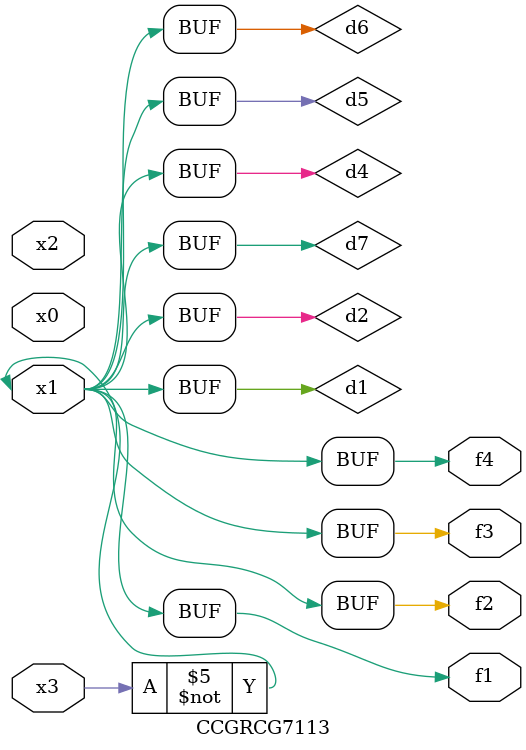
<source format=v>
module CCGRCG7113(
	input x0, x1, x2, x3,
	output f1, f2, f3, f4
);

	wire d1, d2, d3, d4, d5, d6, d7;

	not (d1, x3);
	buf (d2, x1);
	xnor (d3, d1, d2);
	nor (d4, d1);
	buf (d5, d1, d2);
	buf (d6, d4, d5);
	nand (d7, d4);
	assign f1 = d6;
	assign f2 = d7;
	assign f3 = d6;
	assign f4 = d6;
endmodule

</source>
